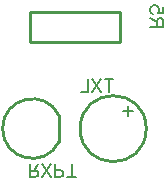
<source format=gbo>
G04 Layer: BottomSilkLayer*
G04 EasyEDA v6.3.53, 2020-07-21T18:42:38+02:00*
G04 Gerber Generator version 0.2*
G04 Scale: 100 percent, Rotated: No, Reflected: No *
G04 Dimensions in millimeters *
G04 leading zeros omitted , absolute positions ,3 integer and 3 decimal *
%FSLAX33Y33*%
%MOMM*%
G90*
G71D02*

%ADD10C,0.254000*%
%ADD17C,0.152400*%
%ADD18C,0.203200*%

%LPD*%
G54D10*
G01X18063Y21365D02*
G01X18063Y23905D01*
G01X10443Y23905D01*
G01X10443Y21365D01*
G01X18063Y21365D01*
G01X12950Y12899D02*
G01X12950Y15099D01*
G54D17*
G01X21757Y22635D02*
G01X20667Y22635D01*
G01X21757Y22635D02*
G01X21757Y23103D01*
G01X21706Y23258D01*
G01X21652Y23311D01*
G01X21548Y23362D01*
G01X21444Y23362D01*
G01X21340Y23311D01*
G01X21289Y23258D01*
G01X21238Y23103D01*
G01X21238Y22635D01*
G01X21238Y22999D02*
G01X20667Y23362D01*
G01X21757Y24330D02*
G01X21757Y23809D01*
G01X21289Y23758D01*
G01X21340Y23809D01*
G01X21393Y23966D01*
G01X21393Y24121D01*
G01X21340Y24276D01*
G01X21238Y24380D01*
G01X21081Y24434D01*
G01X20977Y24434D01*
G01X20822Y24380D01*
G01X20718Y24276D01*
G01X20667Y24121D01*
G01X20667Y23966D01*
G01X20718Y23809D01*
G01X20769Y23758D01*
G01X20873Y23705D01*
G01X17166Y18201D02*
G01X17166Y17111D01*
G01X17529Y18201D02*
G01X16803Y18201D01*
G01X16460Y18201D02*
G01X15731Y17111D01*
G01X15731Y18201D02*
G01X16460Y17111D01*
G01X15388Y18201D02*
G01X15388Y17111D01*
G01X15388Y17111D02*
G01X14766Y17111D01*
G54D18*
G01X18772Y15904D02*
G01X18772Y15087D01*
G01X19180Y15496D02*
G01X18363Y15496D01*
G54D17*
G01X10443Y9925D02*
G01X10443Y11016D01*
G01X10443Y9925D02*
G01X10911Y9925D01*
G01X11067Y9977D01*
G01X11119Y10029D01*
G01X11171Y10133D01*
G01X11171Y10237D01*
G01X11119Y10341D01*
G01X11067Y10393D01*
G01X10911Y10445D01*
G01X10443Y10445D01*
G01X10807Y10445D02*
G01X11171Y11016D01*
G01X11514Y9925D02*
G01X12241Y11016D01*
G01X12241Y9925D02*
G01X11514Y11016D01*
G01X12584Y9925D02*
G01X12584Y11016D01*
G01X12584Y9925D02*
G01X13052Y9925D01*
G01X13207Y9977D01*
G01X13259Y10029D01*
G01X13311Y10133D01*
G01X13311Y10289D01*
G01X13259Y10393D01*
G01X13207Y10445D01*
G01X13052Y10497D01*
G01X12584Y10497D01*
G01X14018Y9925D02*
G01X14018Y11016D01*
G01X13654Y9925D02*
G01X14382Y9925D01*
G54D10*
G75*
G01X12950Y15099D02*
G03X12947Y12899I-2270J-1096D01*
G01*
G75*
G01X20324Y14000D02*
G03X20324Y14000I-2794J0D01*
G01*
M00*
M02*

</source>
